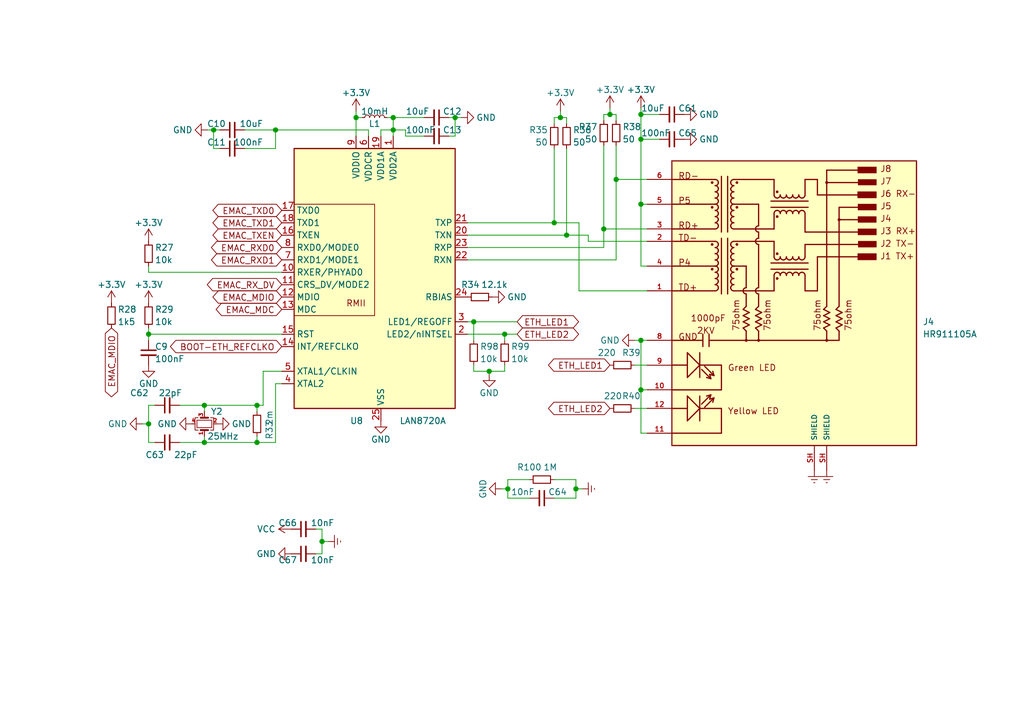
<source format=kicad_sch>
(kicad_sch (version 20211123) (generator eeschema)
  (paper "A5")
  (lib_symbols
    (symbol "Device:C_Small" (pin_numbers hide) (pin_names (offset 0.254) hide)
      (property "Reference" "C" (at 0.254 1.778 0))
      (property "Value" "C_Small" (at 0.254 -2.032 0))
      (symbol "C_Small_0_1"
        (polyline (pts (xy -1.524 -0.508) (xy 1.524 -0.508)) (stroke (width 0.3302)))
        (polyline (pts (xy -1.524 0.508) (xy 1.524 0.508)) (stroke (width 0.3048)))
      )
      (symbol "C_Small_1_1"
        (pin passive line (at 0 2.54 270) (length 2.032) (name "~") (number "1"))
        (pin passive line (at 0 -2.54 90) (length 2.032) (name "~") (number "2"))
      )
    )
    (symbol "Device:Crystal_GND24_Small" (pin_names (offset 1.016) hide)
      (property "Reference" "Y" (at 1.27 4.445 0))
      (property "Value" "Crystal_GND24_Small" (at 1.27 2.54 0))
      (symbol "Crystal_GND24_Small_0_1"
        (rectangle (start -0.762 -1.524) (end 0.762 1.524))
        (polyline (pts (xy -1.27 -0.762) (xy -1.27 0.762)) (stroke (width 0.381)))
        (polyline (pts (xy 1.27 -0.762) (xy 1.27 0.762)) (stroke (width 0.381)))
        (polyline (pts (xy -1.27 -1.27) (xy -1.27 -1.905) (xy 1.27 -1.905) (xy 1.27 -1.27)))
        (polyline (pts (xy -1.27 1.27) (xy -1.27 1.905) (xy 1.27 1.905) (xy 1.27 1.27)))
      )
      (symbol "Crystal_GND24_Small_1_1"
        (pin passive line (at -2.54 0 0) (length 1.27) (name "1") (number "1"))
        (pin passive line (at 0 -2.54 90) (length 0.635) (name "2") (number "2"))
        (pin passive line (at 2.54 0 180) (length 1.27) (name "3") (number "3"))
        (pin passive line (at 0 2.54 270) (length 0.635) (name "4") (number "4"))
      )
    )
    (symbol "Device:L_Small" (pin_numbers hide) (pin_names (offset 0.254) hide)
      (property "Reference" "L" (at 0.762 1.016 0))
      (property "Value" "L_Small" (at 0.762 -1.016 0))
      (symbol "L_Small_0_1"
        (arc (start 0 -2.032) (mid 0.508 -1.524) (end 0 -1.016))
        (arc (start 0 -1.016) (mid 0.508 -0.508) (end 0 0))
        (arc (start 0 0) (mid 0.508 0.508) (end 0 1.016))
        (arc (start 0 1.016) (mid 0.508 1.524) (end 0 2.032))
      )
      (symbol "L_Small_1_1"
        (pin passive line (at 0 2.54 270) (length 0.508) (name "~") (number "1"))
        (pin passive line (at 0 -2.54 90) (length 0.508) (name "~") (number "2"))
      )
    )
    (symbol "Device:R_Small" (pin_numbers hide) (pin_names (offset 0.254) hide)
      (property "Reference" "R" (at 0.762 0.508 0))
      (property "Value" "R_Small" (at 0.762 -1.016 0))
      (symbol "R_Small_0_1"
        (rectangle (start -0.762 1.778) (end 0.762 -1.778) (stroke (width 0.2032)))
      )
      (symbol "R_Small_1_1"
        (pin passive line (at 0 2.54 270) (length 0.762) (name "~") (number "1"))
        (pin passive line (at 0 -2.54 90) (length 0.762) (name "~") (number "2"))
      )
    )
    (symbol "HANRUN_RJ45LED_HR911105A:HR911105A" (pin_names (offset 1.016))
      (property "Reference" "J" (at -8.89 38.1 0))
      (property "Value" "HR911105A" (at -33.1216 -38.227 0))
      (symbol "HR911105A_0_0"
        (rectangle (start -20.32 34.29) (end 29.845 -24.13) (stroke (width 0.254)) (fill (type background)))
        (circle (center -12.065 12.065) (radius 0.1524) (stroke (width 0.254)))
        (circle (center -12.065 17.145) (radius 0.1524) (stroke (width 0.254)))
        (circle (center -12.065 24.765) (radius 0.1524) (stroke (width 0.254)))
        (circle (center -12.065 29.845) (radius 0.1524) (stroke (width 0.254)))
        (arc (start -11.43 7.62) (mid -10.981 7.806) (end -10.795 8.255) (stroke (width 0.254)))
        (arc (start -11.43 8.89) (mid -11.0269 9.1219) (end -10.795 9.525) (stroke (width 0.254)))
        (arc (start -11.43 10.16) (mid -10.981 10.346) (end -10.795 10.795) (stroke (width 0.254)))
        (arc (start -11.43 11.43) (mid -10.981 11.616) (end -10.795 12.065) (stroke (width 0.254)))
        (arc (start -11.43 12.7) (mid -10.981 12.886) (end -10.795 13.335) (stroke (width 0.254)))
        (arc (start -11.43 13.97) (mid -10.981 14.156) (end -10.795 14.605) (stroke (width 0.254)))
        (arc (start -11.43 15.24) (mid -10.981 15.426) (end -10.795 15.875) (stroke (width 0.254)))
        (arc (start -11.43 16.51) (mid -10.981 16.696) (end -10.795 17.145) (stroke (width 0.254)))
        (arc (start -11.43 20.32) (mid -10.981 20.506) (end -10.795 20.955) (stroke (width 0.254)))
        (arc (start -11.43 21.59) (mid -11.0269 21.8219) (end -10.795 22.225) (stroke (width 0.254)))
        (arc (start -11.43 22.86) (mid -10.981 23.046) (end -10.795 23.495) (stroke (width 0.254)))
        (arc (start -11.43 24.13) (mid -10.981 24.316) (end -10.795 24.765) (stroke (width 0.254)))
        (arc (start -11.43 25.4) (mid -10.981 25.586) (end -10.795 26.035) (stroke (width 0.254)))
        (arc (start -11.43 26.67) (mid -10.981 26.856) (end -10.795 27.305) (stroke (width 0.254)))
        (arc (start -11.43 27.94) (mid -10.981 28.126) (end -10.795 28.575) (stroke (width 0.254)))
        (arc (start -11.43 29.21) (mid -10.981 29.396) (end -10.795 29.845) (stroke (width 0.254)))
        (arc (start -10.795 8.255) (mid -10.981 8.704) (end -11.43 8.89) (stroke (width 0.254)))
        (arc (start -10.795 9.525) (mid -10.981 9.974) (end -11.43 10.16) (stroke (width 0.254)))
        (arc (start -10.795 10.795) (mid -10.981 11.244) (end -11.43 11.43) (stroke (width 0.254)))
        (arc (start -10.795 12.065) (mid -10.981 12.514) (end -11.43 12.7) (stroke (width 0.254)))
        (arc (start -10.795 13.335) (mid -10.981 13.784) (end -11.43 13.97) (stroke (width 0.254)))
        (arc (start -10.795 14.605) (mid -10.981 15.054) (end -11.43 15.24) (stroke (width 0.254)))
        (arc (start -10.795 15.875) (mid -10.981 16.324) (end -11.43 16.51) (stroke (width 0.254)))
        (arc (start -10.795 17.145) (mid -10.981 17.594) (end -11.43 17.78) (stroke (width 0.254)))
        (arc (start -10.795 20.955) (mid -10.981 21.404) (end -11.43 21.59) (stroke (width 0.254)))
        (arc (start -10.795 22.225) (mid -10.981 22.674) (end -11.43 22.86) (stroke (width 0.254)))
        (arc (start -10.795 23.495) (mid -10.981 23.944) (end -11.43 24.13) (stroke (width 0.254)))
        (arc (start -10.795 24.765) (mid -10.981 25.214) (end -11.43 25.4) (stroke (width 0.254)))
        (arc (start -10.795 26.035) (mid -10.981 26.484) (end -11.43 26.67) (stroke (width 0.254)))
        (arc (start -10.795 27.305) (mid -10.981 27.754) (end -11.43 27.94) (stroke (width 0.254)))
        (arc (start -10.795 28.575) (mid -10.981 29.024) (end -11.43 29.21) (stroke (width 0.254)))
        (arc (start -10.795 29.845) (mid -10.981 30.294) (end -11.43 30.48) (stroke (width 0.254)))
        (arc (start -8.255 8.255) (mid -8.069 7.806) (end -7.62 7.62) (stroke (width 0.254)))
        (arc (start -8.255 9.525) (mid -8.069 9.076) (end -7.62 8.89) (stroke (width 0.254)))
        (arc (start -8.255 10.795) (mid -8.069 10.346) (end -7.62 10.16) (stroke (width 0.254)))
        (arc (start -8.255 12.065) (mid -8.069 11.616) (end -7.62 11.43) (stroke (width 0.254)))
        (arc (start -8.255 13.335) (mid -8.069 12.886) (end -7.62 12.7) (stroke (width 0.254)))
        (arc (start -8.255 14.605) (mid -8.069 14.156) (end -7.62 13.97) (stroke (width 0.254)))
        (arc (start -8.255 15.875) (mid -8.069 15.426) (end -7.62 15.24) (stroke (width 0.254)))
        (arc (start -8.255 17.145) (mid -8.069 16.696) (end -7.62 16.51) (stroke (width 0.254)))
        (arc (start -8.255 20.955) (mid -8.069 20.506) (end -7.62 20.32) (stroke (width 0.254)))
        (arc (start -8.255 22.225) (mid -8.069 21.776) (end -7.62 21.59) (stroke (width 0.254)))
        (arc (start -8.255 23.495) (mid -8.069 23.046) (end -7.62 22.86) (stroke (width 0.254)))
        (arc (start -8.255 24.765) (mid -8.069 24.316) (end -7.62 24.13) (stroke (width 0.254)))
        (arc (start -8.255 26.035) (mid -8.069 25.586) (end -7.62 25.4) (stroke (width 0.254)))
        (arc (start -8.255 27.305) (mid -8.069 26.856) (end -7.62 26.67) (stroke (width 0.254)))
        (arc (start -8.255 28.575) (mid -8.069 28.126) (end -7.62 27.94) (stroke (width 0.254)))
        (arc (start -8.255 29.845) (mid -8.069 29.396) (end -7.62 29.21) (stroke (width 0.254)))
        (arc (start -7.62 8.89) (mid -8.069 8.704) (end -8.255 8.255) (stroke (width 0.254)))
        (arc (start -7.62 10.16) (mid -8.069 9.974) (end -8.255 9.525) (stroke (width 0.254)))
        (arc (start -7.62 11.43) (mid -8.069 11.244) (end -8.255 10.795) (stroke (width 0.254)))
        (arc (start -7.62 12.7) (mid -8.069 12.514) (end -8.255 12.065) (stroke (width 0.254)))
        (arc (start -7.62 13.97) (mid -8.069 13.784) (end -8.255 13.335) (stroke (width 0.254)))
        (arc (start -7.62 15.24) (mid -8.069 15.054) (end -8.255 14.605) (stroke (width 0.254)))
        (arc (start -7.62 16.51) (mid -8.0231 16.2781) (end -8.255 15.875) (stroke (width 0.254)))
        (arc (start -7.62 17.78) (mid -8.069 17.594) (end -8.255 17.145) (stroke (width 0.254)))
        (arc (start -7.62 21.59) (mid -8.069 21.404) (end -8.255 20.955) (stroke (width 0.254)))
        (arc (start -7.62 22.86) (mid -8.069 22.674) (end -8.255 22.225) (stroke (width 0.254)))
        (arc (start -7.62 24.13) (mid -8.069 23.944) (end -8.255 23.495) (stroke (width 0.254)))
        (arc (start -7.62 25.4) (mid -8.069 25.214) (end -8.255 24.765) (stroke (width 0.254)))
        (arc (start -7.62 26.67) (mid -8.069 26.484) (end -8.255 26.035) (stroke (width 0.254)))
        (arc (start -7.62 27.94) (mid -8.069 27.754) (end -8.255 27.305) (stroke (width 0.254)))
        (arc (start -7.62 29.21) (mid -8.0231 28.9781) (end -8.255 28.575) (stroke (width 0.254)))
        (arc (start -7.62 30.48) (mid -8.069 30.294) (end -8.255 29.845) (stroke (width 0.254)))
        (circle (center -6.985 12.065) (radius 0.1524) (stroke (width 0.254)))
        (circle (center -6.985 17.145) (radius 0.1524) (stroke (width 0.254)))
        (circle (center -6.985 24.765) (radius 0.1524) (stroke (width 0.254)))
        (circle (center -6.985 29.845) (radius 0.1524) (stroke (width 0.254)))
        (arc (start -5.715 7.62) (mid -5.529 7.171) (end -5.08 6.985) (stroke (width 0.254)))
        (circle (center -5.08 -2.54) (radius 0.1778) (stroke (width 0.254)))
        (arc (start -5.08 8.255) (mid -5.529 8.069) (end -5.715 7.62) (stroke (width 0.254)))
        (arc (start -3.175 7.62) (mid -2.989 7.171) (end -2.54 6.985) (stroke (width 0.254)))
        (arc (start -3.175 17.78) (mid -2.989 17.331) (end -2.54 17.145) (stroke (width 0.254)))
        (arc (start -3.175 20.32) (mid -2.989 19.871) (end -2.54 19.685) (stroke (width 0.254)))
        (circle (center -2.54 -2.54) (radius 0.1778) (stroke (width 0.254)))
        (arc (start -2.54 8.255) (mid -2.989 8.069) (end -3.175 7.62) (stroke (width 0.254)))
        (arc (start -2.54 18.415) (mid -2.989 18.229) (end -3.175 17.78) (stroke (width 0.254)))
        (arc (start -2.54 20.955) (mid -2.989 20.769) (end -3.175 20.32) (stroke (width 0.254)))
        (polyline (pts (xy -20.32 -21.59) (xy -10.16 -21.59)) (stroke (width 0.254)))
        (polyline (pts (xy -20.32 -12.7) (xy -10.16 -12.7)) (stroke (width 0.254)))
        (polyline (pts (xy -20.32 12.7) (xy -11.43 12.7)) (stroke (width 0.254)))
        (polyline (pts (xy -20.32 20.32) (xy -11.43 20.32)) (stroke (width 0.254)))
        (polyline (pts (xy -17.145 -19.05) (xy -14.605 -16.51)) (stroke (width 0.254)))
        (polyline (pts (xy -17.145 -16.51) (xy -20.32 -16.51)) (stroke (width 0.254)))
        (polyline (pts (xy -17.145 -16.51) (xy -17.145 -19.05)) (stroke (width 0.254)))
        (polyline (pts (xy -17.145 -13.97) (xy -17.145 -16.51)) (stroke (width 0.254)))
        (polyline (pts (xy -17.145 -10.16) (xy -17.145 -7.62)) (stroke (width 0.254)))
        (polyline (pts (xy -17.145 -7.62) (xy -20.32 -7.62)) (stroke (width 0.254)))
        (polyline (pts (xy -17.145 -7.62) (xy -17.145 -5.08)) (stroke (width 0.254)))
        (polyline (pts (xy -17.145 -5.08) (xy -14.605 -7.62)) (stroke (width 0.254)))
        (polyline (pts (xy -16.764 -14.351) (xy -17.145 -13.97)) (stroke (width 0.254)))
        (polyline (pts (xy -16.7386 -9.7536) (xy -17.1196 -10.1346)) (stroke (width 0.254)))
        (polyline (pts (xy -16.129 -14.986) (xy -16.764 -14.351)) (stroke (width 0.254)))
        (polyline (pts (xy -16.1036 -9.1186) (xy -16.7386 -9.7536)) (stroke (width 0.254)))
        (polyline (pts (xy -14.605 -16.51) (xy -16.129 -14.986)) (stroke (width 0.254)))
        (polyline (pts (xy -14.605 -16.51) (xy -14.605 -19.05)) (stroke (width 0.254)))
        (polyline (pts (xy -14.605 -16.51) (xy -10.16 -16.51)) (stroke (width 0.254)))
        (polyline (pts (xy -14.605 -13.97) (xy -14.605 -16.51)) (stroke (width 0.254)))
        (polyline (pts (xy -14.605 -10.16) (xy -14.605 -7.62)) (stroke (width 0.254)))
        (polyline (pts (xy -14.605 -7.62) (xy -16.129 -9.144)) (stroke (width 0.254)))
        (polyline (pts (xy -14.605 -7.62) (xy -14.605 -5.08)) (stroke (width 0.254)))
        (polyline (pts (xy -14.605 -7.62) (xy -10.16 -7.62)) (stroke (width 0.254)))
        (polyline (pts (xy -14.224 -15.621) (xy -12.319 -13.716)) (stroke (width 0.254)))
        (polyline (pts (xy -14.224 -8.509) (xy -12.319 -10.414)) (stroke (width 0.254)))
        (polyline (pts (xy -13.97 -2.54) (xy -20.32 -2.54)) (stroke (width 0.254)))
        (polyline (pts (xy -13.97 -2.54) (xy -13.97 -3.81)) (stroke (width 0.254)))
        (polyline (pts (xy -13.97 -1.27) (xy -13.97 -2.54)) (stroke (width 0.254)))
        (polyline (pts (xy -13.589 -16.256) (xy -11.684 -14.351)) (stroke (width 0.254)))
        (polyline (pts (xy -13.589 -7.874) (xy -11.684 -9.779)) (stroke (width 0.254)))
        (polyline (pts (xy -12.7 -2.54) (xy -12.7 -3.81)) (stroke (width 0.254)))
        (polyline (pts (xy -12.7 -2.54) (xy -12.7 -1.27)) (stroke (width 0.254)))
        (polyline (pts (xy -12.319 -13.716) (xy -13.208 -13.97)) (stroke (width 0.254)))
        (polyline (pts (xy -12.319 -13.716) (xy -12.573 -14.605)) (stroke (width 0.254)))
        (polyline (pts (xy -12.319 -10.414) (xy -13.208 -10.16)) (stroke (width 0.254)))
        (polyline (pts (xy -12.319 -10.414) (xy -12.573 -9.525)) (stroke (width 0.254)))
        (polyline (pts (xy -11.684 -14.351) (xy -12.573 -14.605)) (stroke (width 0.254)))
        (polyline (pts (xy -11.684 -14.351) (xy -11.938 -15.24)) (stroke (width 0.254)))
        (polyline (pts (xy -11.684 -9.779) (xy -12.573 -9.525)) (stroke (width 0.254)))
        (polyline (pts (xy -11.684 -9.779) (xy -11.938 -8.89)) (stroke (width 0.254)))
        (polyline (pts (xy -11.43 7.62) (xy -20.32 7.62)) (stroke (width 0.254)))
        (polyline (pts (xy -11.43 17.78) (xy -20.32 17.78)) (stroke (width 0.254)))
        (polyline (pts (xy -11.43 25.4) (xy -20.32 25.4)) (stroke (width 0.254)))
        (polyline (pts (xy -11.43 30.48) (xy -20.32 30.48)) (stroke (width 0.254)))
        (polyline (pts (xy -10.16 -21.59) (xy -10.16 -16.51)) (stroke (width 0.254)))
        (polyline (pts (xy -10.16 -12.7) (xy -10.16 -7.62)) (stroke (width 0.254)))
        (polyline (pts (xy -10.16 18.415) (xy -10.16 6.985)) (stroke (width 0.254)))
        (polyline (pts (xy -10.16 31.115) (xy -10.16 19.685)) (stroke (width 0.254)))
        (polyline (pts (xy -8.89 18.415) (xy -8.89 6.985)) (stroke (width 0.254)))
        (polyline (pts (xy -8.89 31.115) (xy -8.89 19.685)) (stroke (width 0.254)))
        (polyline (pts (xy -7.62 7.62) (xy -5.715 7.62)) (stroke (width 0.254)))
        (polyline (pts (xy -7.62 20.32) (xy -3.175 20.32)) (stroke (width 0.254)))
        (polyline (pts (xy -7.62 25.4) (xy -2.54 25.4)) (stroke (width 0.254)))
        (polyline (pts (xy -5.715 0) (xy -5.08 -0.635)) (stroke (width 0.254)))
        (polyline (pts (xy -5.715 1.27) (xy -4.445 0.635)) (stroke (width 0.254)))
        (polyline (pts (xy -5.715 2.54) (xy -4.445 1.905)) (stroke (width 0.254)))
        (polyline (pts (xy -5.715 3.81) (xy -4.445 3.175)) (stroke (width 0.254)))
        (polyline (pts (xy -5.715 7.62) (xy -3.175 7.62)) (stroke (width 0.254)))
        (polyline (pts (xy -5.08 -2.54) (xy -12.7 -2.54)) (stroke (width 0.254)))
        (polyline (pts (xy -5.08 -0.635) (xy -5.08 -2.54)) (stroke (width 0.254)))
        (polyline (pts (xy -5.08 4.445) (xy -5.715 3.81)) (stroke (width 0.254)))
        (polyline (pts (xy -5.08 6.985) (xy -5.08 4.445)) (stroke (width 0.254)))
        (polyline (pts (xy -5.08 8.255) (xy -5.08 12.7)) (stroke (width 0.254)))
        (polyline (pts (xy -5.08 12.7) (xy -7.62 12.7)) (stroke (width 0.254)))
        (polyline (pts (xy -4.445 0.635) (xy -5.715 0)) (stroke (width 0.254)))
        (polyline (pts (xy -4.445 1.905) (xy -5.715 1.27)) (stroke (width 0.254)))
        (polyline (pts (xy -4.445 3.175) (xy -5.715 2.54)) (stroke (width 0.254)))
        (polyline (pts (xy -3.175 0) (xy -2.54 -0.635)) (stroke (width 0.254)))
        (polyline (pts (xy -3.175 1.27) (xy -1.905 0.635)) (stroke (width 0.254)))
        (polyline (pts (xy -3.175 2.54) (xy -1.905 1.905)) (stroke (width 0.254)))
        (polyline (pts (xy -3.175 3.81) (xy -1.905 3.175)) (stroke (width 0.254)))
        (polyline (pts (xy -3.175 7.62) (xy 0.635 7.62)) (stroke (width 0.254)))
        (polyline (pts (xy -3.175 17.78) (xy -7.62 17.78)) (stroke (width 0.254)))
        (polyline (pts (xy -3.175 20.32) (xy 0.635 20.32)) (stroke (width 0.254)))
        (polyline (pts (xy -2.54 -0.635) (xy -2.54 -2.54)) (stroke (width 0.254)))
        (polyline (pts (xy -2.54 4.445) (xy -3.175 3.81)) (stroke (width 0.254)))
        (polyline (pts (xy -2.54 6.985) (xy -2.54 4.445)) (stroke (width 0.254)))
        (polyline (pts (xy -2.54 17.145) (xy -2.54 8.255)) (stroke (width 0.254)))
        (polyline (pts (xy -2.54 19.685) (xy -2.54 18.415)) (stroke (width 0.254)))
        (polyline (pts (xy -2.54 25.4) (xy -2.54 20.955)) (stroke (width 0.254)))
        (polyline (pts (xy -1.905 0.635) (xy -3.175 0)) (stroke (width 0.254)))
        (polyline (pts (xy -1.905 1.905) (xy -3.175 1.27)) (stroke (width 0.254)))
        (polyline (pts (xy -1.905 3.175) (xy -3.175 2.54)) (stroke (width 0.254)))
        (polyline (pts (xy 0 12.065) (xy 7.62 12.065)) (stroke (width 0.254)))
        (polyline (pts (xy 0 13.335) (xy 7.62 13.335)) (stroke (width 0.254)))
        (polyline (pts (xy 0 24.765) (xy 7.62 24.765)) (stroke (width 0.254)))
        (polyline (pts (xy 0 26.035) (xy 7.62 26.035)) (stroke (width 0.254)))
        (polyline (pts (xy 0.635 7.62) (xy 0.635 10.795)) (stroke (width 0.254)))
        (polyline (pts (xy 0.635 14.605) (xy 0.635 17.78)) (stroke (width 0.254)))
        (polyline (pts (xy 0.635 17.78) (xy -3.175 17.78)) (stroke (width 0.254)))
        (polyline (pts (xy 0.635 20.32) (xy 0.635 23.495)) (stroke (width 0.254)))
        (polyline (pts (xy 0.635 27.305) (xy 0.635 30.48)) (stroke (width 0.254)))
        (polyline (pts (xy 0.635 30.48) (xy -7.62 30.48)) (stroke (width 0.254)))
        (polyline (pts (xy 6.985 10.795) (xy 6.985 7.62)) (stroke (width 0.254)))
        (polyline (pts (xy 6.985 17.145) (xy 6.985 14.605)) (stroke (width 0.254)))
        (polyline (pts (xy 6.985 23.495) (xy 6.985 19.685)) (stroke (width 0.254)))
        (polyline (pts (xy 6.985 30.48) (xy 6.985 27.305)) (stroke (width 0.254)))
        (polyline (pts (xy 9.525 7.62) (xy 6.985 7.62)) (stroke (width 0.254)))
        (polyline (pts (xy 9.525 14.605) (xy 9.525 7.62)) (stroke (width 0.254)))
        (polyline (pts (xy 9.525 27.305) (xy 9.525 30.48)) (stroke (width 0.254)))
        (polyline (pts (xy 9.525 30.48) (xy 6.985 30.48)) (stroke (width 0.254)))
        (polyline (pts (xy 10.795 0) (xy 11.43 -0.635)) (stroke (width 0.254)))
        (polyline (pts (xy 10.795 1.27) (xy 12.065 0.635)) (stroke (width 0.254)))
        (polyline (pts (xy 10.795 2.54) (xy 12.065 1.905)) (stroke (width 0.254)))
        (polyline (pts (xy 10.795 3.81) (xy 12.065 3.175)) (stroke (width 0.254)))
        (polyline (pts (xy 11.43 -0.635) (xy 11.43 -2.54)) (stroke (width 0.254)))
        (polyline (pts (xy 11.43 4.445) (xy 10.795 3.81)) (stroke (width 0.254)))
        (polyline (pts (xy 11.43 29.845) (xy 11.43 4.445)) (stroke (width 0.254)))
        (polyline (pts (xy 11.43 29.845) (xy 18.415 29.845)) (stroke (width 0.254)))
        (polyline (pts (xy 11.43 32.385) (xy 11.43 29.845)) (stroke (width 0.254)))
        (polyline (pts (xy 12.065 0.635) (xy 10.795 0)) (stroke (width 0.254)))
        (polyline (pts (xy 12.065 1.905) (xy 10.795 1.27)) (stroke (width 0.254)))
        (polyline (pts (xy 12.065 3.175) (xy 10.795 2.54)) (stroke (width 0.254)))
        (polyline (pts (xy 13.335 0) (xy 13.97 -0.635)) (stroke (width 0.254)))
        (polyline (pts (xy 13.335 1.27) (xy 14.605 0.635)) (stroke (width 0.254)))
        (polyline (pts (xy 13.335 2.54) (xy 14.605 1.905)) (stroke (width 0.254)))
        (polyline (pts (xy 13.335 3.81) (xy 14.605 3.175)) (stroke (width 0.254)))
        (polyline (pts (xy 13.97 -2.54) (xy -5.08 -2.54)) (stroke (width 0.254)))
        (polyline (pts (xy 13.97 -0.635) (xy 13.97 -2.54)) (stroke (width 0.254)))
        (polyline (pts (xy 13.97 4.445) (xy 13.335 3.81)) (stroke (width 0.254)))
        (polyline (pts (xy 13.97 22.225) (xy 13.97 4.445)) (stroke (width 0.254)))
        (polyline (pts (xy 13.97 22.225) (xy 18.415 22.225)) (stroke (width 0.254)))
        (polyline (pts (xy 13.97 24.765) (xy 13.97 22.225)) (stroke (width 0.254)))
        (polyline (pts (xy 14.605 0.635) (xy 13.335 0)) (stroke (width 0.254)))
        (polyline (pts (xy 14.605 1.905) (xy 13.335 1.27)) (stroke (width 0.254)))
        (polyline (pts (xy 14.605 3.175) (xy 13.335 2.54)) (stroke (width 0.254)))
        (polyline (pts (xy 18.415 14.605) (xy 9.525 14.605)) (stroke (width 0.254)))
        (polyline (pts (xy 18.415 17.145) (xy 6.985 17.145)) (stroke (width 0.254)))
        (polyline (pts (xy 18.415 19.685) (xy 6.985 19.685)) (stroke (width 0.254)))
        (polyline (pts (xy 18.415 24.765) (xy 13.97 24.765)) (stroke (width 0.254)))
        (polyline (pts (xy 18.415 27.305) (xy 9.525 27.305)) (stroke (width 0.254)))
        (polyline (pts (xy 18.415 32.385) (xy 11.43 32.385)) (stroke (width 0.254)))
        (arc (start 0.635 14.605) (mid 0.821 14.156) (end 1.27 13.97) (stroke (width 0.254)))
        (arc (start 0.635 27.305) (mid 0.821 26.856) (end 1.27 26.67) (stroke (width 0.254)))
        (circle (center 1.27 10.16) (radius 0.1524) (stroke (width 0.254)))
        (arc (start 1.27 11.43) (mid 0.821 11.244) (end 0.635 10.795) (stroke (width 0.254)))
        (arc (start 1.27 13.97) (mid 1.719 14.156) (end 1.905 14.605) (stroke (width 0.254)))
        (circle (center 1.27 15.24) (radius 0.1524) (stroke (width 0.254)))
        (circle (center 1.27 22.86) (radius 0.1524) (stroke (width 0.254)))
        (arc (start 1.27 24.13) (mid 0.821 23.944) (end 0.635 23.495) (stroke (width 0.254)))
        (arc (start 1.27 26.67) (mid 1.719 26.856) (end 1.905 27.305) (stroke (width 0.254)))
        (circle (center 1.27 27.94) (radius 0.1524) (stroke (width 0.254)))
        (arc (start 1.905 10.795) (mid 1.719 11.244) (end 1.27 11.43) (stroke (width 0.254)))
        (arc (start 1.905 14.605) (mid 2.091 14.156) (end 2.54 13.97) (stroke (width 0.254)))
        (arc (start 1.905 23.495) (mid 1.719 23.944) (end 1.27 24.13) (stroke (width 0.254)))
        (arc (start 1.905 27.305) (mid 2.091 26.856) (end 2.54 26.67) (stroke (width 0.254)))
        (arc (start 2.54 11.43) (mid 2.091 11.244) (end 1.905 10.795) (stroke (width 0.254)))
        (arc (start 2.54 13.97) (mid 2.989 14.156) (end 3.175 14.605) (stroke (width 0.254)))
        (arc (start 2.54 24.13) (mid 2.091 23.944) (end 1.905 23.495) (stroke (width 0.254)))
        (arc (start 2.54 26.67) (mid 2.989 26.856) (end 3.175 27.305) (stroke (width 0.254)))
        (arc (start 3.175 10.795) (mid 2.989 11.244) (end 2.54 11.43) (stroke (width 0.254)))
        (arc (start 3.175 14.605) (mid 3.361 14.156) (end 3.81 13.97) (stroke (width 0.254)))
        (arc (start 3.175 23.495) (mid 2.989 23.944) (end 2.54 24.13) (stroke (width 0.254)))
        (arc (start 3.175 27.305) (mid 3.361 26.856) (end 3.81 26.67) (stroke (width 0.254)))
        (arc (start 3.81 11.43) (mid 3.361 11.244) (end 3.175 10.795) (stroke (width 0.254)))
        (arc (start 3.81 13.97) (mid 4.259 14.156) (end 4.445 14.605) (stroke (width 0.254)))
        (arc (start 3.81 24.13) (mid 3.361 23.944) (end 3.175 23.495) (stroke (width 0.254)))
        (arc (start 3.81 26.67) (mid 4.259 26.856) (end 4.445 27.305) (stroke (width 0.254)))
        (arc (start 4.445 10.795) (mid 4.259 11.244) (end 3.81 11.43) (stroke (width 0.254)))
        (arc (start 4.445 14.605) (mid 4.631 14.156) (end 5.08 13.97) (stroke (width 0.254)))
        (arc (start 4.445 23.495) (mid 4.259 23.944) (end 3.81 24.13) (stroke (width 0.254)))
        (arc (start 4.445 27.305) (mid 4.631 26.856) (end 5.08 26.67) (stroke (width 0.254)))
        (arc (start 5.08 11.43) (mid 4.631 11.244) (end 4.445 10.795) (stroke (width 0.254)))
        (arc (start 5.08 13.97) (mid 5.529 14.156) (end 5.715 14.605) (stroke (width 0.254)))
        (arc (start 5.08 24.13) (mid 4.631 23.944) (end 4.445 23.495) (stroke (width 0.254)))
        (arc (start 5.08 26.67) (mid 5.529 26.856) (end 5.715 27.305) (stroke (width 0.254)))
        (arc (start 5.715 10.795) (mid 5.529 11.244) (end 5.08 11.43) (stroke (width 0.254)))
        (arc (start 5.715 14.605) (mid 5.901 14.156) (end 6.35 13.97) (stroke (width 0.254)))
        (arc (start 5.715 23.495) (mid 5.529 23.944) (end 5.08 24.13) (stroke (width 0.254)))
        (arc (start 5.715 27.305) (mid 5.901 26.856) (end 6.35 26.67) (stroke (width 0.254)))
        (arc (start 6.35 11.43) (mid 5.901 11.244) (end 5.715 10.795) (stroke (width 0.254)))
        (arc (start 6.35 13.97) (mid 6.799 14.156) (end 6.985 14.605) (stroke (width 0.254)))
        (arc (start 6.35 24.13) (mid 5.901 23.944) (end 5.715 23.495) (stroke (width 0.254)))
        (arc (start 6.35 26.67) (mid 6.799 26.856) (end 6.985 27.305) (stroke (width 0.254)))
        (arc (start 6.985 10.795) (mid 6.799 11.244) (end 6.35 11.43) (stroke (width 0.254)))
        (arc (start 6.985 23.495) (mid 6.799 23.944) (end 6.35 24.13) (stroke (width 0.254)))
        (circle (center 11.43 -2.54) (radius 0.1778) (stroke (width 0.254)))
        (circle (center 11.43 29.845) (radius 0.1778) (stroke (width 0.254)))
        (circle (center 13.97 22.225) (radius 0.1778) (stroke (width 0.254)))
        (rectangle (start 17.8054 26.7208) (end 21.59 27.94) (fill (type outline)))
        (rectangle (start 17.8308 13.9954) (end 21.59 15.24) (fill (type outline)))
        (rectangle (start 17.8308 31.8262) (end 21.59 33.02) (fill (type outline)))
        (rectangle (start 17.8816 19.1262) (end 21.59 20.32) (fill (type outline)))
        (rectangle (start 17.8816 21.6916) (end 21.5646 22.8346) (fill (type outline)))
        (rectangle (start 17.8816 24.2316) (end 21.59 25.4) (fill (type outline)))
        (rectangle (start 17.907 29.3624) (end 21.59 30.4546) (fill (type outline)))
        (rectangle (start 17.9324 16.6116) (end 21.59 17.78) (fill (type outline)))
        (text "1000pF" (at -16.51 1.27 0) (effects (font (size 1.27 1.27)) (justify left bottom)))
        (text "2KV" (at -15.24 -1.27 0) (effects (font (size 1.27 1.27)) (justify left bottom)))
        (text "75ohm" (at -6.4008 -0.6604 900) (effects (font (size 1.27 1.27)) (justify left bottom)))
        (text "75ohm" (at 0 -0.6604 900) (effects (font (size 1.27 1.27)) (justify left bottom)))
        (text "75ohm" (at 10.2616 -0.6604 900) (effects (font (size 1.27 1.27)) (justify left bottom)))
        (text "75ohm" (at 16.6116 -0.6604 900) (effects (font (size 1.27 1.27)) (justify left bottom)))
        (text "GND" (at -19.05 -2.54 0) (effects (font (size 1.27 1.27)) (justify left bottom)))
        (text "Green LED" (at -8.89 -8.89 0) (effects (font (size 1.27 1.27)) (justify left bottom)))
        (text "J1 TX+" (at 22.352 13.9954 0) (effects (font (size 1.27 1.27)) (justify left bottom)))
        (text "J2 TX-" (at 22.3774 16.5862 0) (effects (font (size 1.27 1.27)) (justify left bottom)))
        (text "J3 RX+" (at 22.3774 19.1516 0) (effects (font (size 1.27 1.27)) (justify left bottom)))
        (text "J4" (at 22.3774 21.717 0) (effects (font (size 1.27 1.27)) (justify left bottom)))
        (text "J5" (at 22.4028 24.257 0) (effects (font (size 1.27 1.27)) (justify left bottom)))
        (text "J6 RX-" (at 22.3774 26.8224 0) (effects (font (size 1.27 1.27)) (justify left bottom)))
        (text "J7" (at 22.3774 29.3624 0) (effects (font (size 1.27 1.27)) (justify left bottom)))
        (text "J8" (at 22.3774 31.9278 0) (effects (font (size 1.27 1.27)) (justify left bottom)))
        (text "P4" (at -19.05 12.7 0) (effects (font (size 1.27 1.27)) (justify left bottom)))
        (text "P5" (at -19.05 25.4 0) (effects (font (size 1.27 1.27)) (justify left bottom)))
        (text "RD+" (at -19.05 20.32 0) (effects (font (size 1.27 1.27)) (justify left bottom)))
        (text "RD-" (at -19.05 30.48 0) (effects (font (size 1.27 1.27)) (justify left bottom)))
        (text "TD+" (at -19.05 7.62 0) (effects (font (size 1.27 1.27)) (justify left bottom)))
        (text "TD-" (at -19.05 17.78 0) (effects (font (size 1.27 1.27)) (justify left bottom)))
        (text "Yellow LED" (at -8.89 -17.78 0) (effects (font (size 1.27 1.27)) (justify left bottom)))
        (pin passive line (at -25.4 7.62 0) (length 5.08) (name "~") (number "1"))
        (pin passive line (at -25.4 -12.7 0) (length 5.08) (name "~") (number "10"))
        (pin passive line (at -25.4 -21.59 0) (length 5.08) (name "~") (number "11"))
        (pin passive line (at -25.4 -16.51 0) (length 5.08) (name "~") (number "12"))
        (pin passive line (at -25.4 17.78 0) (length 5.08) (name "~") (number "2"))
        (pin passive line (at -25.4 20.32 0) (length 5.08) (name "~") (number "3"))
        (pin passive line (at -25.4 12.7 0) (length 5.08) (name "~") (number "4"))
        (pin passive line (at -25.4 25.4 0) (length 5.08) (name "~") (number "5"))
        (pin passive line (at -25.4 30.48 0) (length 5.08) (name "~") (number "6"))
        (pin power_in line (at -25.4 -2.54 0) (length 5.08) (name "~") (number "8"))
        (pin passive line (at -25.4 -7.62 0) (length 5.08) (name "~") (number "9"))
        (pin passive line (at 8.89 -29.21 90) (length 5.08) (name "SHIELD") (number "SH"))
        (pin passive line (at 11.43 -29.21 90) (length 5.08) (name "SHIELD") (number "SH"))
      )
    )
    (symbol "Interface_Ethernet:LAN8720A"
      (property "Reference" "U" (at -13.97 29.21 0))
      (property "Value" "LAN8720A" (at 15.24 29.21 0))
      (symbol "LAN8720A_0_0"
        (text "RMII" (at -5.08 -3.81 0) (effects (font (size 1.27 1.27))))
      )
      (symbol "LAN8720A_0_1"
        (rectangle (start -17.78 27.94) (end 15.24 -25.4) (stroke (width 0.254)) (fill (type background)))
        (polyline (pts (xy -17.78 -6.35) (xy -1.27 -6.35) (xy -1.27 16.51) (xy -17.78 16.51)))
      )
      (symbol "LAN8720A_1_1"
        (pin power_in line (at 2.54 30.48 270) (length 2.54) (name "VDD2A") (number "1"))
        (pin output line (at -20.32 2.54 0) (length 2.54) (name "RXER/PHYAD0") (number "10"))
        (pin output line (at -20.32 0 0) (length 2.54) (name "CRS_DV/MODE2") (number "11"))
        (pin bidirectional line (at -20.32 -2.54 0) (length 2.54) (name "MDIO") (number "12"))
        (pin input line (at -20.32 -5.08 0) (length 2.54) (name "MDC") (number "13"))
        (pin output line (at -20.32 -12.7 0) (length 2.54) (name "INT/REFCLKO") (number "14"))
        (pin input line (at -20.32 -10.16 0) (length 2.54) (name "RST") (number "15"))
        (pin input line (at -20.32 10.16 0) (length 2.54) (name "TXEN") (number "16"))
        (pin input line (at -20.32 15.24 0) (length 2.54) (name "TXD0") (number "17"))
        (pin input line (at -20.32 12.7 0) (length 2.54) (name "TXD1") (number "18"))
        (pin power_in line (at 0 30.48 270) (length 2.54) (name "VDD1A") (number "19"))
        (pin bidirectional line (at 17.78 -10.16 180) (length 2.54) (name "LED2/nINTSEL") (number "2"))
        (pin output line (at 17.78 10.16 180) (length 2.54) (name "TXN") (number "20"))
        (pin output line (at 17.78 12.7 180) (length 2.54) (name "TXP") (number "21"))
        (pin output line (at 17.78 5.08 180) (length 2.54) (name "RXN") (number "22"))
        (pin output line (at 17.78 7.62 180) (length 2.54) (name "RXP") (number "23"))
        (pin input line (at 17.78 -2.54 180) (length 2.54) (name "RBIAS") (number "24"))
        (pin power_in line (at 0 -27.94 90) (length 2.54) (name "VSS") (number "25"))
        (pin bidirectional line (at 17.78 -7.62 180) (length 2.54) (name "LED1/REGOFF") (number "3"))
        (pin passive line (at -20.32 -20.32 0) (length 2.54) (name "XTAL2") (number "4"))
        (pin passive line (at -20.32 -17.78 0) (length 2.54) (name "XTAL1/CLKIN") (number "5"))
        (pin power_in line (at -2.54 30.48 270) (length 2.54) (name "VDDCR") (number "6"))
        (pin output line (at -20.32 5.08 0) (length 2.54) (name "RXD1/MODE1") (number "7"))
        (pin output line (at -20.32 7.62 0) (length 2.54) (name "RXD0/MODE0") (number "8"))
        (pin power_in line (at -5.08 30.48 270) (length 2.54) (name "VDDIO") (number "9"))
      )
    )
    (symbol "power:+3.3V" (power) (pin_names (offset 0))
      (property "Value" "+3.3V" (at 0 3.556 0))
      (symbol "+3.3V_0_1"
        (polyline (pts (xy -0.762 1.27) (xy 0 2.54)))
        (polyline (pts (xy 0 0) (xy 0 2.54)))
        (polyline (pts (xy 0 2.54) (xy 0.762 1.27)))
      )
      (symbol "+3.3V_1_1"
        (pin power_in line (at 0 0 90) (length 0) hide (name "+3.3V") (number "1"))
      )
    )
    (symbol "power:Earth" (power) (pin_names (offset 0))
      (symbol "Earth_0_1"
        (polyline (pts (xy -0.635 -1.905) (xy 0.635 -1.905)))
        (polyline (pts (xy -0.127 -2.54) (xy 0.127 -2.54)))
        (polyline (pts (xy 0 -1.27) (xy 0 0)))
        (polyline (pts (xy 1.27 -1.27) (xy -1.27 -1.27)))
      )
      (symbol "Earth_1_1"
        (pin power_in line (at 0 0 270) (length 0) hide (name "Earth") (number "1"))
      )
    )
    (symbol "power:GND" (power) (pin_names (offset 0))
      (property "Value" "GND" (at 0 -3.81 0))
      (symbol "GND_0_1"
        (polyline (pts (xy 0 0) (xy 0 -1.27) (xy 1.27 -1.27) (xy 0 -2.54) (xy -1.27 -1.27) (xy 0 -1.27)))
      )
      (symbol "GND_1_1"
        (pin power_in line (at 0 0 270) (length 0) hide (name "GND") (number "1"))
      )
    )
    (symbol "power:VCC" (power) (pin_names (offset 0))
      (property "Value" "VCC" (at 0 3.81 0))
      (symbol "VCC_0_1"
        (polyline (pts (xy -0.762 1.27) (xy 0 2.54)))
        (polyline (pts (xy 0 0) (xy 0 2.54)))
        (polyline (pts (xy 0 2.54) (xy 0.762 1.27)))
      )
      (symbol "VCC_1_1"
        (pin power_in line (at 0 0 90) (length 0) hide (name "VCC") (number "1"))
      )
    )
  )
  (junction (at 113.665 45.72))
  (junction (at 131.445 80.01))
  (junction (at 41.91 83.185))
  (junction (at 56.515 26.67))
  (junction (at 116.205 48.26))
  (junction (at 103.505 68.58))
  (junction (at 131.445 28.575))
  (junction (at 131.445 41.91))
  (junction (at 80.645 24.13))
  (junction (at 73.025 24.13))
  (junction (at 52.705 90.805))
  (junction (at 43.815 26.67))
  (junction (at 131.445 23.495))
  (junction (at 114.935 24.13))
  (junction (at 104.14 100.33))
  (junction (at 93.345 24.13))
  (junction (at 52.705 83.185))
  (junction (at 97.155 66.04))
  (junction (at 126.365 36.83))
  (junction (at 66.04 111.125))
  (junction (at 125.095 23.495))
  (junction (at 118.11 100.33))
  (junction (at 30.48 86.995))
  (junction (at 131.445 69.85))
  (junction (at 80.645 26.67))
  (junction (at 100.33 76.2))
  (junction (at 41.91 90.805))
  (junction (at 30.48 68.58))
  (junction (at 123.825 46.99))
  (wire (pts (xy 131.445 54.61) (xy 131.445 41.91)))
  (wire (pts (xy 132.715 54.61) (xy 131.445 54.61)))
  (wire (pts (xy 52.705 90.805) (xy 41.91 90.805)))
  (wire (pts (xy 130.175 83.82) (xy 132.715 83.82)))
  (wire (pts (xy 126.365 29.845) (xy 126.365 36.83)))
  (wire (pts (xy 131.445 22.225) (xy 131.445 23.495)))
  (wire (pts (xy 123.825 46.99) (xy 132.715 46.99)))
  (wire (pts (xy 75.565 27.94) (xy 75.565 26.67)))
  (wire (pts (xy 113.665 45.72) (xy 95.885 45.72)))
  (wire (pts (xy 118.11 98.425) (xy 118.11 100.33)))
  (wire (pts (xy 57.785 68.58) (xy 30.48 68.58)))
  (wire (pts (xy 30.48 68.58) (xy 30.48 67.31)))
  (wire (pts (xy 103.505 68.58) (xy 103.505 69.85)))
  (wire (pts (xy 66.04 111.125) (xy 67.31 111.125)))
  (wire (pts (xy 97.155 74.93) (xy 97.155 76.2)))
  (wire (pts (xy 118.11 100.33) (xy 118.11 102.235)))
  (wire (pts (xy 56.515 30.48) (xy 56.515 26.67)))
  (wire (pts (xy 131.445 23.495) (xy 135.255 23.495)))
  (wire (pts (xy 64.77 108.585) (xy 66.04 108.585)))
  (wire (pts (xy 116.205 48.26) (xy 95.885 48.26)))
  (wire (pts (xy 31.75 90.805) (xy 30.48 90.805)))
  (wire (pts (xy 86.995 24.13) (xy 80.645 24.13)))
  (wire (pts (xy 80.645 27.94) (xy 80.645 26.67)))
  (wire (pts (xy 131.445 41.91) (xy 132.715 41.91)))
  (wire (pts (xy 114.935 22.86) (xy 114.935 24.13)))
  (wire (pts (xy 80.645 26.67) (xy 80.645 24.13)))
  (wire (pts (xy 36.83 90.805) (xy 41.91 90.805)))
  (wire (pts (xy 50.165 26.67) (xy 56.515 26.67)))
  (wire (pts (xy 113.665 30.48) (xy 113.665 45.72)))
  (wire (pts (xy 103.505 76.2) (xy 103.505 74.93)))
  (wire (pts (xy 123.825 29.845) (xy 123.825 46.99)))
  (wire (pts (xy 30.48 55.88) (xy 30.48 54.61)))
  (wire (pts (xy 50.165 30.48) (xy 56.515 30.48)))
  (wire (pts (xy 93.345 24.13) (xy 92.075 24.13)))
  (wire (pts (xy 100.33 76.2) (xy 100.33 76.835)))
  (wire (pts (xy 100.33 76.2) (xy 103.505 76.2)))
  (wire (pts (xy 43.815 30.48) (xy 45.085 30.48)))
  (wire (pts (xy 116.205 24.13) (xy 114.935 24.13)))
  (wire (pts (xy 80.645 26.67) (xy 83.185 26.67)))
  (wire (pts (xy 83.185 26.67) (xy 83.185 27.94)))
  (wire (pts (xy 123.825 46.99) (xy 123.825 50.8)))
  (wire (pts (xy 52.705 89.535) (xy 52.705 90.805)))
  (wire (pts (xy 131.445 69.85) (xy 131.445 80.01)))
  (wire (pts (xy 78.105 26.67) (xy 78.105 27.94)))
  (wire (pts (xy 41.91 83.185) (xy 41.91 84.455)))
  (wire (pts (xy 73.025 24.13) (xy 73.025 27.94)))
  (wire (pts (xy 57.785 78.74) (xy 56.515 78.74)))
  (wire (pts (xy 132.715 80.01) (xy 131.445 80.01)))
  (wire (pts (xy 123.825 23.495) (xy 123.825 24.765)))
  (wire (pts (xy 43.815 26.67) (xy 45.085 26.67)))
  (wire (pts (xy 131.445 88.9) (xy 132.715 88.9)))
  (wire (pts (xy 36.83 83.185) (xy 41.91 83.185)))
  (wire (pts (xy 66.04 113.665) (xy 64.77 113.665)))
  (wire (pts (xy 56.515 78.74) (xy 56.515 90.805)))
  (wire (pts (xy 30.48 86.995) (xy 30.48 83.185)))
  (wire (pts (xy 66.04 111.125) (xy 66.04 113.665)))
  (wire (pts (xy 104.14 102.235) (xy 108.585 102.235)))
  (wire (pts (xy 95.885 50.8) (xy 123.825 50.8)))
  (wire (pts (xy 42.545 26.67) (xy 43.815 26.67)))
  (wire (pts (xy 95.885 53.34) (xy 126.365 53.34)))
  (wire (pts (xy 118.11 100.33) (xy 119.38 100.33)))
  (wire (pts (xy 73.025 24.13) (xy 74.295 24.13)))
  (wire (pts (xy 130.175 69.85) (xy 131.445 69.85)))
  (wire (pts (xy 29.21 86.995) (xy 30.48 86.995)))
  (wire (pts (xy 75.565 26.67) (xy 56.515 26.67)))
  (wire (pts (xy 103.505 68.58) (xy 106.045 68.58)))
  (wire (pts (xy 120.65 49.53) (xy 120.65 48.26)))
  (wire (pts (xy 52.705 83.185) (xy 41.91 83.185)))
  (wire (pts (xy 130.175 74.93) (xy 132.715 74.93)))
  (wire (pts (xy 116.205 48.26) (xy 120.65 48.26)))
  (wire (pts (xy 131.445 23.495) (xy 131.445 28.575)))
  (wire (pts (xy 126.365 23.495) (xy 125.095 23.495)))
  (wire (pts (xy 73.025 22.86) (xy 73.025 24.13)))
  (wire (pts (xy 53.975 83.185) (xy 52.705 83.185)))
  (wire (pts (xy 131.445 80.01) (xy 131.445 88.9)))
  (wire (pts (xy 30.48 68.58) (xy 30.48 69.85)))
  (wire (pts (xy 30.48 90.805) (xy 30.48 86.995)))
  (wire (pts (xy 97.155 76.2) (xy 100.33 76.2)))
  (wire (pts (xy 126.365 36.83) (xy 132.715 36.83)))
  (wire (pts (xy 66.04 108.585) (xy 66.04 111.125)))
  (wire (pts (xy 113.665 45.72) (xy 118.745 45.72)))
  (wire (pts (xy 126.365 24.765) (xy 126.365 23.495)))
  (wire (pts (xy 108.585 98.425) (xy 104.14 98.425)))
  (wire (pts (xy 113.665 98.425) (xy 118.11 98.425)))
  (wire (pts (xy 126.365 36.83) (xy 126.365 53.34)))
  (wire (pts (xy 43.815 30.48) (xy 43.815 26.67)))
  (wire (pts (xy 93.345 27.94) (xy 93.345 24.13)))
  (wire (pts (xy 80.645 26.67) (xy 78.105 26.67)))
  (wire (pts (xy 94.615 24.13) (xy 93.345 24.13)))
  (wire (pts (xy 52.705 90.805) (xy 56.515 90.805)))
  (wire (pts (xy 118.745 59.69) (xy 118.745 45.72)))
  (wire (pts (xy 79.375 24.13) (xy 80.645 24.13)))
  (wire (pts (xy 116.205 30.48) (xy 116.205 48.26)))
  (wire (pts (xy 116.205 25.4) (xy 116.205 24.13)))
  (wire (pts (xy 41.91 89.535) (xy 41.91 90.805)))
  (wire (pts (xy 113.665 24.13) (xy 113.665 25.4)))
  (wire (pts (xy 125.095 23.495) (xy 123.825 23.495)))
  (wire (pts (xy 125.095 22.225) (xy 125.095 23.495)))
  (wire (pts (xy 114.935 24.13) (xy 113.665 24.13)))
  (wire (pts (xy 95.885 66.04) (xy 97.155 66.04)))
  (wire (pts (xy 30.48 83.185) (xy 31.75 83.185)))
  (wire (pts (xy 131.445 28.575) (xy 135.255 28.575)))
  (wire (pts (xy 132.715 59.69) (xy 118.745 59.69)))
  (wire (pts (xy 53.975 76.2) (xy 53.975 83.185)))
  (wire (pts (xy 57.785 55.88) (xy 30.48 55.88)))
  (wire (pts (xy 131.445 28.575) (xy 131.445 41.91)))
  (wire (pts (xy 93.345 27.94) (xy 92.075 27.94)))
  (wire (pts (xy 83.185 27.94) (xy 86.995 27.94)))
  (wire (pts (xy 118.11 102.235) (xy 113.665 102.235)))
  (wire (pts (xy 97.155 66.04) (xy 106.045 66.04)))
  (wire (pts (xy 97.155 66.04) (xy 97.155 69.85)))
  (wire (pts (xy 131.445 69.85) (xy 132.715 69.85)))
  (wire (pts (xy 102.87 100.33) (xy 104.14 100.33)))
  (wire (pts (xy 57.785 76.2) (xy 53.975 76.2)))
  (wire (pts (xy 95.885 68.58) (xy 103.505 68.58)))
  (wire (pts (xy 104.14 98.425) (xy 104.14 100.33)))
  (wire (pts (xy 132.715 49.53) (xy 120.65 49.53)))
  (wire (pts (xy 52.705 84.455) (xy 52.705 83.185)))
  (wire (pts (xy 104.14 100.33) (xy 104.14 102.235)))
  (global_label "EMAC_RXD0" (shape bidirectional) (at 57.785 50.8 180) (property "Intersheet References" "${INTERSHEET_REFS}" (effects hide)))
  (global_label "ETH_LED2" (shape bidirectional) (at 106.045 68.58 0) (property "Intersheet References" "${INTERSHEET_REFS}" (effects hide)))
  (global_label "EMAC_MDIO" (shape bidirectional) (at 22.86 67.31 270) (property "Intersheet References" "${INTERSHEET_REFS}" (effects hide)))
  (global_label "ETH_LED1" (shape bidirectional) (at 106.045 66.04 0) (property "Intersheet References" "${INTERSHEET_REFS}" (effects hide)))
  (global_label "ETH_LED2" (shape bidirectional) (at 125.095 83.82 180) (property "Intersheet References" "${INTERSHEET_REFS}" (effects hide)))
  (global_label "EMAC_RXD1" (shape bidirectional) (at 57.785 53.34 180) (property "Intersheet References" "${INTERSHEET_REFS}" (effects hide)))
  (global_label "EMAC_TXD0" (shape bidirectional) (at 57.785 43.18 180) (property "Intersheet References" "${INTERSHEET_REFS}" (effects hide)))
  (global_label "BOOT-ETH_REFCLKO" (shape bidirectional) (at 57.785 71.12 180) (property "Intersheet References" "${INTERSHEET_REFS}" (effects hide)))
  (global_label "EMAC_MDC" (shape bidirectional) (at 57.785 63.5 180) (property "Intersheet References" "${INTERSHEET_REFS}" (effects hide)))
  (global_label "EMAC_RX_DV" (shape bidirectional) (at 57.785 58.42 180) (property "Intersheet References" "${INTERSHEET_REFS}" (effects hide)))
  (global_label "EMAC_TXD1" (shape bidirectional) (at 57.785 45.72 180) (property "Intersheet References" "${INTERSHEET_REFS}" (effects hide)))
  (global_label "EMAC_TXEN" (shape bidirectional) (at 57.785 48.26 180) (property "Intersheet References" "${INTERSHEET_REFS}" (effects hide)))
  (global_label "ETH_LED1" (shape bidirectional) (at 125.095 74.93 180) (property "Intersheet References" "${INTERSHEET_REFS}" (effects hide)))
  (global_label "EMAC_MDIO" (shape bidirectional) (at 57.785 60.96 180) (property "Intersheet References" "${INTERSHEET_REFS}" (effects hide)))
  (symbol (lib_id "power:+3.3V") (at 114.935 22.86 0) (unit 1)
    (property "Reference" "#PWR065" (effects hide))
    (property "Value" "+3.3V" (at 114.935 19.05 0))
  )
  (symbol (lib_id "power:GND") (at 100.965 60.96 90) (unit 1)
    (property "Reference" "#PWR064" (effects hide))
    (property "Value" "GND" (at 106.045 60.96 90))
  )
  (symbol (lib_id "power:GND") (at 102.87 100.33 270) (unit 1)
    (property "Reference" "#PWR068" (effects hide))
    (property "Value" "GND" (at 99.06 100.33 0))
  )
  (symbol (lib_id "Device:R_Small") (at 126.365 27.305 180) (unit 1)
    (property "Reference" "R38" (at 127.635 26.035 0) (effects (justify right)))
    (property "Value" "50" (at 127.635 28.575 0) (effects (justify right)))
    (property "Footprint" "Resistor_SMD:R_0603_1608Metric" (effects hide))
  )
  (symbol (lib_id "power:GND") (at 100.33 76.835 0) (unit 1)
    (property "Reference" "#PWR060" (effects hide))
    (property "Value" "GND" (at 100.33 80.645 0))
  )
  (symbol (lib_id "Device:R_Small") (at 123.825 27.305 0) (mirror x) (unit 1)
    (property "Reference" "R37" (at 122.555 26.035 0) (effects (justify right)))
    (property "Value" "50" (at 122.555 28.575 0) (effects (justify right)))
    (property "Footprint" "Resistor_SMD:R_0603_1608Metric" (effects hide))
  )
  (symbol (lib_id "Device:C_Small") (at 137.795 23.495 270) (mirror x) (unit 1)
    (property "Reference" "C61" (at 139.065 22.225 90) (effects (justify left)))
    (property "Value" "10uF" (at 131.445 22.225 90) (effects (justify left)))
    (property "Footprint" "Capacitor_SMD:C_1206_3216Metric" (effects hide))
  )
  (symbol (lib_id "power:+3.3V") (at 30.48 49.53 0) (unit 1)
    (property "Reference" "#PWR053" (effects hide))
    (property "Value" "+3.3V" (at 30.48 45.72 0))
  )
  (symbol (lib_id "Interface_Ethernet:LAN8720A") (at 78.105 58.42 0) (unit 1)
    (property "Reference" "U8" (at 71.755 86.36 0) (effects (justify left)))
    (property "Value" "LAN8720A" (at 81.915 86.36 0) (effects (justify left)))
    (property "Footprint" "Package_DFN_QFN:QFN-24-1EP_4x4mm_P0.5mm_EP2.6x2.6mm" (effects hide))
    (property "Datasheet" "http://ww1.microchip.com/downloads/en/DeviceDoc/8720a.pdf" (effects hide))
  )
  (symbol (lib_id "power:GND") (at 44.45 86.995 90) (unit 1)
    (property "Reference" "#PWR059" (effects hide))
    (property "Value" "GND" (at 49.53 86.995 90))
  )
  (symbol (lib_id "power:+3.3V") (at 73.025 22.86 0) (unit 1)
    (property "Reference" "#PWR061" (effects hide))
    (property "Value" "+3.3V" (at 73.025 19.05 0))
  )
  (symbol (lib_id "power:GND") (at 140.335 23.495 90) (unit 1)
    (property "Reference" "#PWR0173" (effects hide))
    (property "Value" "GND" (at 145.415 23.495 90))
  )
  (symbol (lib_id "power:GND") (at 94.615 24.13 90) (mirror x) (unit 1)
    (property "Reference" "#PWR063" (effects hide))
    (property "Value" "GND" (at 99.695 24.13 90))
  )
  (symbol (lib_id "power:Earth") (at 67.31 111.125 90) (unit 1)
    (property "Reference" "#PWR079" (effects hide))
    (property "Value" "Earth" (effects hide))
  )
  (symbol (lib_id "power:GND") (at 140.335 28.575 90) (unit 1)
    (property "Reference" "#PWR072" (effects hide))
    (property "Value" "GND" (at 145.415 28.575 90))
  )
  (symbol (lib_id "Device:C_Small") (at 47.625 30.48 90) (unit 1)
    (property "Reference" "C11" (at 46.355 29.21 90) (effects (justify left)))
    (property "Value" "100nF" (at 53.975 29.21 90) (effects (justify left)))
    (property "Footprint" "Capacitor_SMD:C_0603_1608Metric" (effects hide))
  )
  (symbol (lib_id "Device:R_Small") (at 52.705 86.995 0) (mirror x) (unit 1)
    (property "Reference" "R33" (at 55.245 88.265 90))
    (property "Value" "2m" (at 55.245 85.725 90))
    (property "Footprint" "Resistor_SMD:R_0603_1608Metric" (effects hide))
  )
  (symbol (lib_id "power:GND") (at 78.105 86.36 0) (unit 1)
    (property "Reference" "#PWR062" (effects hide))
    (property "Value" "GND" (at 78.105 90.17 0))
  )
  (symbol (lib_id "Device:C_Small") (at 62.23 113.665 90) (mirror x) (unit 1)
    (property "Reference" "C67" (at 60.96 114.935 90) (effects (justify left)))
    (property "Value" "10nF" (at 68.58 114.935 90) (effects (justify left)))
    (property "Footprint" "Capacitor_SMD:C_1206_3216Metric" (effects hide))
  )
  (symbol (lib_id "Device:C_Small") (at 34.29 90.805 90) (mirror x) (unit 1)
    (property "Reference" "C63" (at 31.75 93.345 90))
    (property "Value" "22pF" (at 38.1 93.345 90))
    (property "Footprint" "Capacitor_SMD:C_0603_1608Metric" (effects hide))
  )
  (symbol (lib_id "Device:L_Small") (at 76.835 24.13 90) (unit 1)
    (property "Reference" "L1" (at 76.835 25.4 90))
    (property "Value" "10mH" (at 76.835 22.86 90))
    (property "Footprint" "Inductor_SMD:L_1206_3216Metric" (effects hide))
  )
  (symbol (lib_id "HANRUN_RJ45LED_HR911105A:HR911105A") (at 158.115 67.31 0) (unit 1)
    (property "Reference" "J4" (at 189.23 66.04 0) (effects (justify left)))
    (property "Value" "HR911105A" (at 189.23 68.58 0) (effects (justify left)))
    (property "Footprint" "HANRUN_RJ45LED_HR911105A:HANRUN_RJ45LED_HR911105A" (effects hide))
    (property "MP" "HR911105A" (effects hide))
    (property "PARTREV" "A" (effects hide))
    (property "AVAILABILITY" "Unavailable" (effects hide))
    (property "DESCRIPTION" "DIP RJ45 Connector;" (effects hide))
    (property "PACKAGE" "None" (effects hide))
    (property "MF" "HanRun" (effects hide))
    (property "STANDARD" "Manufacturer Recommendation" (effects hide))
    (property "PRICE" "None" (effects hide))
  )
  (symbol (lib_id "Device:C_Small") (at 111.125 102.235 270) (mirror x) (unit 1)
    (property "Reference" "C64" (at 112.395 100.965 90) (effects (justify left)))
    (property "Value" "10nF" (at 104.775 100.965 90) (effects (justify left)))
    (property "Footprint" "Capacitor_SMD:C_1206_3216Metric" (effects hide))
  )
  (symbol (lib_id "Device:R_Small") (at 127.635 83.82 270) (unit 1)
    (property "Reference" "R40" (at 131.445 81.28 90) (effects (justify right)))
    (property "Value" "220" (at 127.635 81.28 90) (effects (justify right)))
    (property "Footprint" "Resistor_SMD:R_0603_1608Metric" (effects hide))
  )
  (symbol (lib_id "Device:C_Small") (at 30.48 72.39 0) (unit 1)
    (property "Reference" "C9" (at 31.75 71.12 0) (effects (justify left)))
    (property "Value" "100nF" (at 31.75 73.66 0) (effects (justify left)))
    (property "Footprint" "Capacitor_SMD:C_0603_1608Metric" (effects hide))
  )
  (symbol (lib_id "power:GND") (at 29.21 86.995 270) (unit 1)
    (property "Reference" "#PWR042" (effects hide))
    (property "Value" "GND" (at 24.13 86.995 90))
  )
  (symbol (lib_id "Device:C_Small") (at 47.625 26.67 90) (unit 1)
    (property "Reference" "C10" (at 46.355 25.4 90) (effects (justify left)))
    (property "Value" "10uF" (at 53.975 25.4 90) (effects (justify left)))
    (property "Footprint" "Capacitor_SMD:C_1206_3216Metric" (effects hide))
  )
  (symbol (lib_id "Device:R_Small") (at 103.505 72.39 180) (unit 1)
    (property "Reference" "R99" (at 104.775 71.12 0) (effects (justify right)))
    (property "Value" "10k" (at 104.775 73.66 0) (effects (justify right)))
    (property "Footprint" "Resistor_SMD:R_0603_1608Metric" (effects hide))
  )
  (symbol (lib_id "Device:R_Small") (at 113.665 27.94 0) (mirror x) (unit 1)
    (property "Reference" "R35" (at 112.395 26.67 0) (effects (justify right)))
    (property "Value" "50" (at 112.395 29.21 0) (effects (justify right)))
    (property "Footprint" "Resistor_SMD:R_0603_1608Metric" (effects hide))
  )
  (symbol (lib_id "power:Earth") (at 119.38 100.33 90) (unit 1)
    (property "Reference" "#PWR069" (effects hide))
    (property "Value" "Earth" (effects hide))
  )
  (symbol (lib_id "power:GND") (at 30.48 74.93 0) (unit 1)
    (property "Reference" "#PWR056" (effects hide))
    (property "Value" "GND" (at 30.48 78.74 0))
  )
  (symbol (lib_id "Device:R_Small") (at 97.155 72.39 180) (unit 1)
    (property "Reference" "R98" (at 98.425 71.12 0) (effects (justify right)))
    (property "Value" "10k" (at 98.425 73.66 0) (effects (justify right)))
    (property "Footprint" "Resistor_SMD:R_0603_1608Metric" (effects hide))
  )
  (symbol (lib_id "Device:C_Small") (at 89.535 27.94 270) (mirror x) (unit 1)
    (property "Reference" "C13" (at 90.805 26.67 90) (effects (justify left)))
    (property "Value" "100nF" (at 83.185 26.67 90) (effects (justify left)))
    (property "Footprint" "Capacitor_SMD:C_0603_1608Metric" (effects hide))
  )
  (symbol (lib_id "power:+3.3V") (at 131.445 22.225 0) (unit 1)
    (property "Reference" "#PWR067" (effects hide))
    (property "Value" "+3.3V" (at 131.445 18.415 0))
  )
  (symbol (lib_id "Device:R_Small") (at 111.125 98.425 270) (unit 1)
    (property "Reference" "R100" (at 111.125 95.885 90) (effects (justify right)))
    (property "Value" "1M" (at 114.3 95.885 90) (effects (justify right)))
    (property "Footprint" "Resistor_SMD:R_1206_3216Metric" (effects hide))
  )
  (symbol (lib_id "power:GND") (at 39.37 86.995 270) (unit 1)
    (property "Reference" "#PWR058" (effects hide))
    (property "Value" "GND" (at 34.29 86.995 90))
  )
  (symbol (lib_id "Device:C_Small") (at 34.29 83.185 90) (unit 1)
    (property "Reference" "C62" (at 28.575 80.645 90))
    (property "Value" "22pF" (at 34.925 80.645 90))
    (property "Footprint" "Capacitor_SMD:C_0603_1608Metric" (effects hide))
  )
  (symbol (lib_id "Device:C_Small") (at 62.23 108.585 90) (unit 1)
    (property "Reference" "C66" (at 60.96 107.315 90) (effects (justify left)))
    (property "Value" "10nF" (at 68.58 107.315 90) (effects (justify left)))
    (property "Footprint" "Capacitor_SMD:C_1206_3216Metric" (effects hide))
  )
  (symbol (lib_id "Device:R_Small") (at 22.86 64.77 180) (unit 1)
    (property "Reference" "R28" (at 24.13 63.5 0) (effects (justify right)))
    (property "Value" "1k5" (at 24.13 66.04 0) (effects (justify right)))
    (property "Footprint" "Resistor_SMD:R_0603_1608Metric" (effects hide))
  )
  (symbol (lib_id "Device:R_Small") (at 98.425 60.96 270) (unit 1)
    (property "Reference" "R34" (at 98.425 58.42 90) (effects (justify right)))
    (property "Value" "12.1k" (at 104.14 58.42 90) (effects (justify right)))
    (property "Footprint" "Resistor_SMD:R_0603_1608Metric" (effects hide))
  )
  (symbol (lib_id "power:Earth") (at 169.545 96.52 0) (unit 1)
    (property "Reference" "#PWR076" (effects hide))
    (property "Value" "Earth" (effects hide))
  )
  (symbol (lib_id "Device:C_Small") (at 89.535 24.13 270) (mirror x) (unit 1)
    (property "Reference" "C12" (at 90.805 22.86 90) (effects (justify left)))
    (property "Value" "10uF" (at 83.185 22.86 90) (effects (justify left)))
    (property "Footprint" "Capacitor_SMD:C_1206_3216Metric" (effects hide))
  )
  (symbol (lib_id "power:GND") (at 59.69 113.665 270) (unit 1)
    (property "Reference" "#PWR078" (effects hide))
    (property "Value" "GND" (at 54.61 113.665 90))
  )
  (symbol (lib_id "power:Earth") (at 167.005 96.52 0) (unit 1)
    (property "Reference" "#PWR075" (effects hide))
    (property "Value" "Earth" (effects hide))
  )
  (symbol (lib_id "power:VCC") (at 59.69 108.585 90) (unit 1)
    (property "Reference" "#PWR077" (effects hide))
    (property "Value" "VCC" (at 54.61 108.585 90))
  )
  (symbol (lib_id "Device:R_Small") (at 116.205 27.94 180) (unit 1)
    (property "Reference" "R36" (at 117.475 26.67 0) (effects (justify right)))
    (property "Value" "50" (at 117.475 29.21 0) (effects (justify right)))
    (property "Footprint" "Resistor_SMD:R_0603_1608Metric" (effects hide))
  )
  (symbol (lib_id "power:+3.3V") (at 125.095 22.225 0) (unit 1)
    (property "Reference" "#PWR066" (effects hide))
    (property "Value" "+3.3V" (at 125.095 18.415 0))
  )
  (symbol (lib_id "Device:C_Small") (at 137.795 28.575 270) (mirror x) (unit 1)
    (property "Reference" "C65" (at 139.065 27.305 90) (effects (justify left)))
    (property "Value" "100nF" (at 131.445 27.305 90) (effects (justify left)))
    (property "Footprint" "Capacitor_SMD:C_0603_1608Metric" (effects hide))
  )
  (symbol (lib_id "Device:Crystal_GND24_Small") (at 41.91 86.995 90) (unit 1)
    (property "Reference" "Y2" (at 44.45 84.455 90))
    (property "Value" "25MHz" (at 45.72 89.535 90))
    (property "Footprint" "Crystal:Crystal_SMD_5032-4Pin_5.0x3.2mm" (effects hide))
  )
  (symbol (lib_id "Device:R_Small") (at 30.48 64.77 180) (unit 1)
    (property "Reference" "R29" (at 31.75 63.5 0) (effects (justify right)))
    (property "Value" "10k" (at 31.75 66.04 0) (effects (justify right)))
    (property "Footprint" "Resistor_SMD:R_0603_1608Metric" (effects hide))
  )
  (symbol (lib_id "power:GND") (at 42.545 26.67 270) (unit 1)
    (property "Reference" "#PWR057" (effects hide))
    (property "Value" "GND" (at 37.465 26.67 90))
  )
  (symbol (lib_id "Device:R_Small") (at 127.635 74.93 270) (unit 1)
    (property "Reference" "R39" (at 131.445 72.39 90) (effects (justify right)))
    (property "Value" "220" (at 126.365 72.39 90) (effects (justify right)))
    (property "Footprint" "Resistor_SMD:R_0603_1608Metric" (effects hide))
  )
  (symbol (lib_id "power:GND") (at 130.175 69.85 270) (mirror x) (unit 1)
    (property "Reference" "#PWR070" (effects hide))
    (property "Value" "GND" (at 125.095 69.85 90))
  )
  (symbol (lib_id "power:+3.3V") (at 30.48 62.23 0) (unit 1)
    (property "Reference" "#PWR055" (effects hide))
    (property "Value" "+3.3V" (at 30.48 58.42 0))
  )
  (symbol (lib_id "power:+3.3V") (at 22.86 62.23 0) (unit 1)
    (property "Reference" "#PWR054" (effects hide))
    (property "Value" "+3.3V" (at 22.86 58.42 0))
  )
  (symbol (lib_id "Device:R_Small") (at 30.48 52.07 180) (unit 1)
    (property "Reference" "R27" (at 31.75 50.8 0) (effects (justify right)))
    (property "Value" "10k" (at 31.75 53.34 0) (effects (justify right)))
    (property "Footprint" "Resistor_SMD:R_0603_1608Metric" (effects hide))
  )
)
</source>
